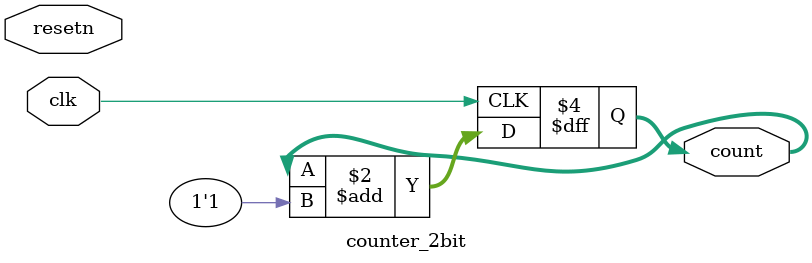
<source format=v>
`timescale 1ns / 1ps

//Verilog 2-bit Counter
module counter_2bit(clk, resetn, count);
    input clk, resetn;
    output reg [1:0] count;
    
    initial begin
        count = 2'b00;
    end
    
    always @ (posedge clk /*or negedge resetn*/) begin
       count <= count + 1'b1;
    end
    
endmodule

</source>
